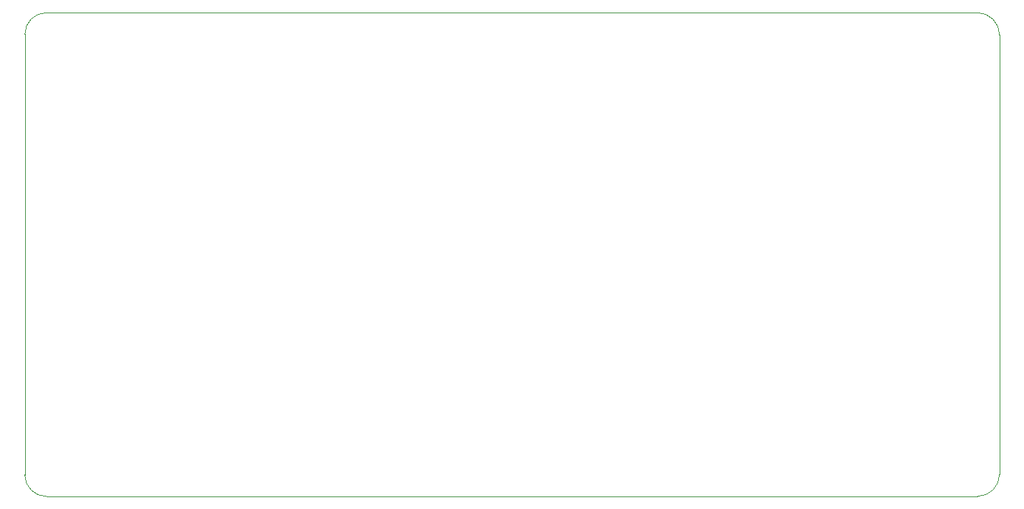
<source format=gm1>
%TF.GenerationSoftware,KiCad,Pcbnew,9.0.2*%
%TF.CreationDate,2025-06-26T09:01:07+02:00*%
%TF.ProjectId,W65C816 Opcode Display,57363543-3831-4362-904f-70636f646520,V1*%
%TF.SameCoordinates,Original*%
%TF.FileFunction,Profile,NP*%
%FSLAX46Y46*%
G04 Gerber Fmt 4.6, Leading zero omitted, Abs format (unit mm)*
G04 Created by KiCad (PCBNEW 9.0.2) date 2025-06-26 09:01:07*
%MOMM*%
%LPD*%
G01*
G04 APERTURE LIST*
%TA.AperFunction,Profile*%
%ADD10C,0.100000*%
%TD*%
G04 APERTURE END LIST*
D10*
X17962042Y-4975915D02*
X22987000Y-4975915D01*
X-2032000Y-2499415D02*
X-2032000Y48069500D01*
X17962042Y-4975915D02*
X444500Y-4975915D01*
X107188000Y50546000D02*
G75*
G02*
X109750900Y47983085I0J-2562900D01*
G01*
X109750915Y-2413000D02*
G75*
G02*
X107188000Y-4975915I-2562915J0D01*
G01*
X444500Y-4975915D02*
G75*
G02*
X-2032000Y-2499415I0J2476500D01*
G01*
X-2032000Y48069500D02*
G75*
G02*
X444500Y50546000I2476500J0D01*
G01*
X444500Y50546000D02*
X107188000Y50546000D01*
X109750915Y-2413000D02*
X109750915Y47983085D01*
X107188000Y-4975915D02*
X22987000Y-4975915D01*
M02*

</source>
